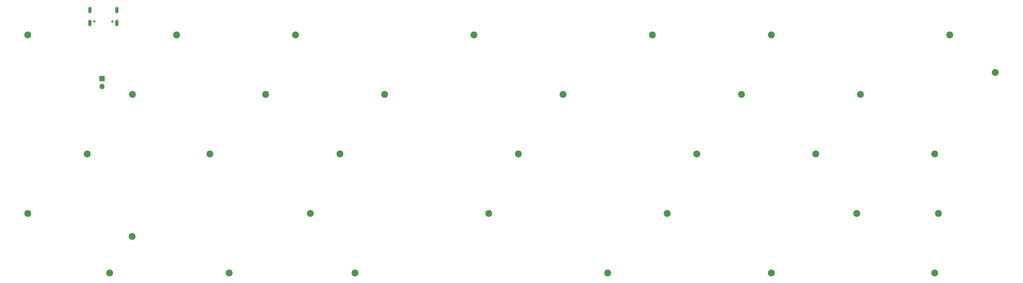
<source format=gbr>
G04 %TF.GenerationSoftware,KiCad,Pcbnew,(6.0.0)@% jlc*
G04 %TF.CreationDate,2022-08-23T10:18:13-07:00@% jlc*
G04 %TF.ProjectId,Faen65XT,4661656e-3635-4585-942e-6b696361645f,rev?@% jlc*
G04 %TF.SameCoordinates,Original@% jlc*
G04 %TF.FileFunction,Soldermask,Top@% jlc*
G04 %TF.FilePolarity,Negative@% jlc*
%FSLAX46Y46*%
G04 Gerber Fmt 4.6, Leading zero omitted, Abs format (unit mm)*
G04 Created by KiCad (PCBNEW (6.0.0)) date 2022-08-23 10:18:13*
%MOMM*%
%LPD*%
G01*
G04 APERTURE LIST*
%ADD10C,2.200000*%
%ADD11C,0.700000*%
%ADD12O,1.050000X2.100000*%
%ADD13R,1.700000X1.700000*%
%ADD14O,1.700000X1.700000*%
G04 APERTURE END LIST*
D10*
G04 %TO.C,H28@% jlc*
X275034375Y-57150144D03*
G04 %TD@% jlc*
G04 %TO.C,H29@% jlc*
X74017374Y-76200000D03*
G04 %TD@% jlc*
G04 %TO.C,H22@% jlc*
X9525024Y-57150144D03*
G04 %TD@% jlc*
G04 %TO.C,H16@% jlc*
X67865625Y-38100000D03*
G04 %TD@% jlc*
G04 %TO.C,H14@% jlc*
X319392000Y-12031000D03*
G04 %TD@% jlc*
G04 %TO.C,H17@% jlc*
X109537776Y-38100096D03*
G04 %TD@% jlc*
G04 %TO.C,H21@% jlc*
X300038256Y-38100096D03*
G04 %TD@% jlc*
G04 %TO.C,H25@% jlc*
X157162896Y-57150144D03*
G04 %TD@% jlc*
G04 %TO.C,H30@% jlc*
X35718750Y-76200000D03*
G04 %TD@% jlc*
G04 %TO.C,H15@% jlc*
X28575072Y-38100096D03*
G04 %TD@% jlc*
G04 %TO.C,H19@% jlc*
X223837500Y-38100000D03*
G04 %TD@% jlc*
G04 %TO.C,H12@% jlc*
X238125600Y-19050048D03*
G04 %TD@% jlc*
G04 %TO.C,H23@% jlc*
X42987000Y-64598000D03*
G04 %TD@% jlc*
G04 %TO.C,H11@% jlc*
X180975456Y-19050048D03*
G04 %TD@% jlc*
G04 %TO.C,H18@% jlc*
X166687500Y-38100000D03*
G04 %TD@% jlc*
G04 %TO.C,H5@% jlc*
X209550528Y0D03*
G04 %TD@% jlc*
G04 %TO.C,H7@% jlc*
X304800768Y0D03*
G04 %TD@% jlc*
G04 %TO.C,H3@% jlc*
X95250240Y0D03*
G04 %TD@% jlc*
G04 %TO.C,H9@% jlc*
X85725216Y-19050048D03*
G04 %TD@% jlc*
G04 %TO.C,H31@% jlc*
X114300000Y-76200000D03*
G04 %TD@% jlc*
G04 %TO.C,H34@% jlc*
X300038256Y-76200192D03*
G04 %TD@% jlc*
G04 %TO.C,H33@% jlc*
X247650000Y-76200192D03*
G04 %TD@% jlc*
G04 %TO.C,H6@% jlc*
X247650624Y0D03*
G04 %TD@% jlc*
G04 %TO.C,H27@% jlc*
X301228125Y-57150144D03*
G04 %TD@% jlc*
G04 %TO.C,H32@% jlc*
X195262992Y-76200192D03*
G04 %TD@% jlc*
G04 %TO.C,H4@% jlc*
X152400384Y0D03*
G04 %TD@% jlc*
G04 %TO.C,H8@% jlc*
X43061046Y-19050048D03*
G04 %TD@% jlc*
G04 %TO.C,H10@% jlc*
X123825312Y-19050048D03*
G04 %TD@% jlc*
G04 %TO.C,H13@% jlc*
X276225696Y-19050048D03*
G04 %TD@% jlc*
G04 %TO.C,H20@% jlc*
X261937500Y-38100096D03*
G04 %TD@% jlc*
G04 %TO.C,H26@% jlc*
X214313040Y-57150144D03*
G04 %TD@% jlc*
G04 %TO.C,H2@% jlc*
X57150144Y0D03*
G04 %TD@% jlc*
G04 %TO.C,H1@% jlc*
X9525000Y0D03*
G04 %TD@% jlc*
G04 %TO.C,H24@% jlc*
X100012752Y-57150144D03*
G04 %TD@% jlc*
D11*
G04 %TO.C,J2@% jlc*
X30844460Y4287520D03*
X36624460Y4287520D03*
D12*
X29414460Y3757520D03*
X38054460Y3757520D03*
X29414460Y7937520D03*
X38054460Y7937520D03*
G04 %TD@% jlc*
D13*
G04 %TO.C,JP1@% jlc*
X33337584Y-14004726D03*
D14*
X33337584Y-16544726D03*
G04 %TD@% jlc*
M02*

</source>
